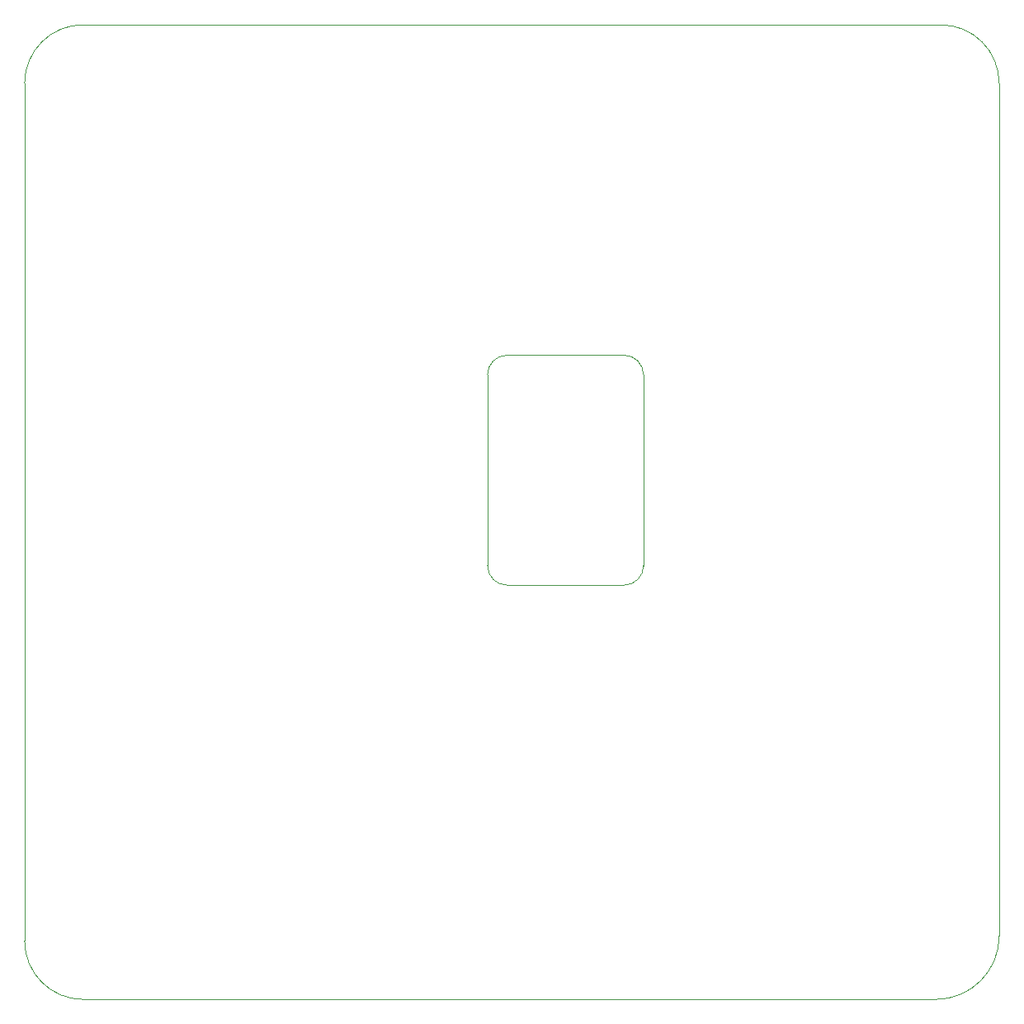
<source format=gbr>
G04 #@! TF.GenerationSoftware,KiCad,Pcbnew,5.1.6-c6e7f7d~86~ubuntu18.04.1*
G04 #@! TF.CreationDate,2020-05-28T18:44:08+01:00*
G04 #@! TF.ProjectId,multi-smtpa,6d756c74-692d-4736-9d74-70612e6b6963,rev?*
G04 #@! TF.SameCoordinates,Original*
G04 #@! TF.FileFunction,Profile,NP*
%FSLAX46Y46*%
G04 Gerber Fmt 4.6, Leading zero omitted, Abs format (unit mm)*
G04 Created by KiCad (PCBNEW 5.1.6-c6e7f7d~86~ubuntu18.04.1) date 2020-05-28 18:44:08*
%MOMM*%
%LPD*%
G01*
G04 APERTURE LIST*
G04 #@! TA.AperFunction,Profile*
%ADD10C,0.050000*%
G04 #@! TD*
G04 APERTURE END LIST*
D10*
X106000000Y-150000000D02*
G75*
G02*
X100000000Y-144000000I0J6000000D01*
G01*
X100000000Y-56000000D02*
G75*
G02*
X106000000Y-50000000I6000000J0D01*
G01*
X193500000Y-150000000D02*
X193000000Y-150000000D01*
X200000000Y-143500000D02*
X200000000Y-143000000D01*
X200000000Y-143500000D02*
G75*
G02*
X193500000Y-150000000I-6500000J0D01*
G01*
X194000000Y-50000000D02*
G75*
G02*
X200000000Y-56000000I0J-6000000D01*
G01*
X147500000Y-85900000D02*
X147500000Y-105500000D01*
X161500000Y-83900000D02*
X149500000Y-83900000D01*
X163500000Y-105500000D02*
X163500000Y-85900000D01*
X149500000Y-107500000D02*
X161500000Y-107500000D01*
X161500000Y-83900000D02*
G75*
G02*
X163500000Y-85900000I0J-2000000D01*
G01*
X163500000Y-105500000D02*
G75*
G02*
X161500000Y-107500000I-2000000J0D01*
G01*
X149500000Y-107500000D02*
G75*
G02*
X147500000Y-105500000I0J2000000D01*
G01*
X147500000Y-85900000D02*
G75*
G02*
X149500000Y-83900000I2000000J0D01*
G01*
X100000000Y-56000000D02*
X100000000Y-144000000D01*
X200000000Y-143000000D02*
X200000000Y-56000000D01*
X106000000Y-150000000D02*
X193000000Y-150000000D01*
X194000000Y-50000000D02*
X106000000Y-50000000D01*
M02*

</source>
